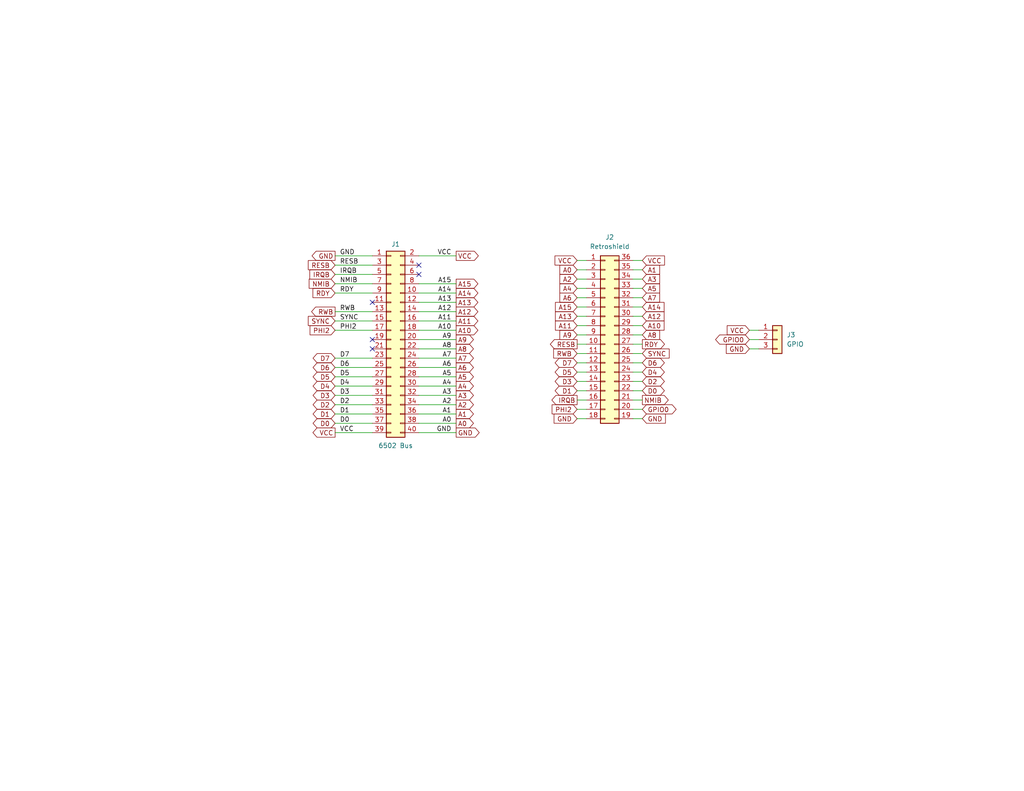
<source format=kicad_sch>
(kicad_sch (version 20231120) (generator "eeschema") (generator_version "8.0")
  (paper "USLetter")
  (title_block (title "6502 Retroshield Adapter") (date "2024-06-12") (rev "1.0") (company "A.C. Wright Design"))
  (lib_symbols
    (symbol "Connector_Generic:Conn_01x03" (pin_names (offset 1.016) hide)
      (property "Reference" "J" (at 0 5.08 0))
      (property "Value" "Conn_01x03" (at 0 -5.08 0))
      (symbol "Conn_01x03_1_1"
        (rectangle (start -1.27 -2.413) (end 0 -2.667) (stroke (width 0.1524)))
        (rectangle (start -1.27 0.127) (end 0 -0.127) (stroke (width 0.1524)))
        (rectangle (start -1.27 2.667) (end 0 2.413) (stroke (width 0.1524)))
        (rectangle (start -1.27 3.81) (end 1.27 -3.81) (stroke (width 0.254)) (fill (type background)))
        (pin passive line (at -5.08 2.54 0) (length 3.81) (name "Pin_1") (number "1"))
        (pin passive line (at -5.08 0 0) (length 3.81) (name "Pin_2") (number "2"))
        (pin passive line (at -5.08 -2.54 0) (length 3.81) (name "Pin_3") (number "3"))
      )
    )
    (symbol "Connector_Generic:Conn_02x18_Counter_Clockwise" (pin_names (offset 1.016) hide)
      (property "Reference" "J" (at 1.27 22.86 0))
      (property "Value" "Conn_02x18_Counter_Clockwise" (at 1.27 -25.4 0))
      (symbol "Conn_02x18_Counter_Clockwise_1_1"
        (rectangle (start -1.27 -22.733) (end 0 -22.987) (stroke (width 0.1524)))
        (rectangle (start -1.27 -20.193) (end 0 -20.447) (stroke (width 0.1524)))
        (rectangle (start -1.27 -17.653) (end 0 -17.907) (stroke (width 0.1524)))
        (rectangle (start -1.27 -15.113) (end 0 -15.367) (stroke (width 0.1524)))
        (rectangle (start -1.27 -12.573) (end 0 -12.827) (stroke (width 0.1524)))
        (rectangle (start -1.27 -10.033) (end 0 -10.287) (stroke (width 0.1524)))
        (rectangle (start -1.27 -7.493) (end 0 -7.747) (stroke (width 0.1524)))
        (rectangle (start -1.27 -4.953) (end 0 -5.207) (stroke (width 0.1524)))
        (rectangle (start -1.27 -2.413) (end 0 -2.667) (stroke (width 0.1524)))
        (rectangle (start -1.27 0.127) (end 0 -0.127) (stroke (width 0.1524)))
        (rectangle (start -1.27 2.667) (end 0 2.413) (stroke (width 0.1524)))
        (rectangle (start -1.27 5.207) (end 0 4.953) (stroke (width 0.1524)))
        (rectangle (start -1.27 7.747) (end 0 7.493) (stroke (width 0.1524)))
        (rectangle (start -1.27 10.287) (end 0 10.033) (stroke (width 0.1524)))
        (rectangle (start -1.27 12.827) (end 0 12.573) (stroke (width 0.1524)))
        (rectangle (start -1.27 15.367) (end 0 15.113) (stroke (width 0.1524)))
        (rectangle (start -1.27 17.907) (end 0 17.653) (stroke (width 0.1524)))
        (rectangle (start -1.27 20.447) (end 0 20.193) (stroke (width 0.1524)))
        (rectangle (start -1.27 21.59) (end 3.81 -24.13) (stroke (width 0.254)) (fill (type background)))
        (rectangle (start 3.81 -22.733) (end 2.54 -22.987) (stroke (width 0.1524)))
        (rectangle (start 3.81 -20.193) (end 2.54 -20.447) (stroke (width 0.1524)))
        (rectangle (start 3.81 -17.653) (end 2.54 -17.907) (stroke (width 0.1524)))
        (rectangle (start 3.81 -15.113) (end 2.54 -15.367) (stroke (width 0.1524)))
        (rectangle (start 3.81 -12.573) (end 2.54 -12.827) (stroke (width 0.1524)))
        (rectangle (start 3.81 -10.033) (end 2.54 -10.287) (stroke (width 0.1524)))
        (rectangle (start 3.81 -7.493) (end 2.54 -7.747) (stroke (width 0.1524)))
        (rectangle (start 3.81 -4.953) (end 2.54 -5.207) (stroke (width 0.1524)))
        (rectangle (start 3.81 -2.413) (end 2.54 -2.667) (stroke (width 0.1524)))
        (rectangle (start 3.81 0.127) (end 2.54 -0.127) (stroke (width 0.1524)))
        (rectangle (start 3.81 2.667) (end 2.54 2.413) (stroke (width 0.1524)))
        (rectangle (start 3.81 5.207) (end 2.54 4.953) (stroke (width 0.1524)))
        (rectangle (start 3.81 7.747) (end 2.54 7.493) (stroke (width 0.1524)))
        (rectangle (start 3.81 10.287) (end 2.54 10.033) (stroke (width 0.1524)))
        (rectangle (start 3.81 12.827) (end 2.54 12.573) (stroke (width 0.1524)))
        (rectangle (start 3.81 15.367) (end 2.54 15.113) (stroke (width 0.1524)))
        (rectangle (start 3.81 17.907) (end 2.54 17.653) (stroke (width 0.1524)))
        (rectangle (start 3.81 20.447) (end 2.54 20.193) (stroke (width 0.1524)))
        (pin passive line (at -5.08 20.32 0) (length 3.81) (name "Pin_1") (number "1"))
        (pin passive line (at -5.08 -2.54 0) (length 3.81) (name "Pin_10") (number "10"))
        (pin passive line (at -5.08 -5.08 0) (length 3.81) (name "Pin_11") (number "11"))
        (pin passive line (at -5.08 -7.62 0) (length 3.81) (name "Pin_12") (number "12"))
        (pin passive line (at -5.08 -10.16 0) (length 3.81) (name "Pin_13") (number "13"))
        (pin passive line (at -5.08 -12.7 0) (length 3.81) (name "Pin_14") (number "14"))
        (pin passive line (at -5.08 -15.24 0) (length 3.81) (name "Pin_15") (number "15"))
        (pin passive line (at -5.08 -17.78 0) (length 3.81) (name "Pin_16") (number "16"))
        (pin passive line (at -5.08 -20.32 0) (length 3.81) (name "Pin_17") (number "17"))
        (pin passive line (at -5.08 -22.86 0) (length 3.81) (name "Pin_18") (number "18"))
        (pin passive line (at 7.62 -22.86 180) (length 3.81) (name "Pin_19") (number "19"))
        (pin passive line (at -5.08 17.78 0) (length 3.81) (name "Pin_2") (number "2"))
        (pin passive line (at 7.62 -20.32 180) (length 3.81) (name "Pin_20") (number "20"))
        (pin passive line (at 7.62 -17.78 180) (length 3.81) (name "Pin_21") (number "21"))
        (pin passive line (at 7.62 -15.24 180) (length 3.81) (name "Pin_22") (number "22"))
        (pin passive line (at 7.62 -12.7 180) (length 3.81) (name "Pin_23") (number "23"))
        (pin passive line (at 7.62 -10.16 180) (length 3.81) (name "Pin_24") (number "24"))
        (pin passive line (at 7.62 -7.62 180) (length 3.81) (name "Pin_25") (number "25"))
        (pin passive line (at 7.62 -5.08 180) (length 3.81) (name "Pin_26") (number "26"))
        (pin passive line (at 7.62 -2.54 180) (length 3.81) (name "Pin_27") (number "27"))
        (pin passive line (at 7.62 0 180) (length 3.81) (name "Pin_28") (number "28"))
        (pin passive line (at 7.62 2.54 180) (length 3.81) (name "Pin_29") (number "29"))
        (pin passive line (at -5.08 15.24 0) (length 3.81) (name "Pin_3") (number "3"))
        (pin passive line (at 7.62 5.08 180) (length 3.81) (name "Pin_30") (number "30"))
        (pin passive line (at 7.62 7.62 180) (length 3.81) (name "Pin_31") (number "31"))
        (pin passive line (at 7.62 10.16 180) (length 3.81) (name "Pin_32") (number "32"))
        (pin passive line (at 7.62 12.7 180) (length 3.81) (name "Pin_33") (number "33"))
        (pin passive line (at 7.62 15.24 180) (length 3.81) (name "Pin_34") (number "34"))
        (pin passive line (at 7.62 17.78 180) (length 3.81) (name "Pin_35") (number "35"))
        (pin passive line (at 7.62 20.32 180) (length 3.81) (name "Pin_36") (number "36"))
        (pin passive line (at -5.08 12.7 0) (length 3.81) (name "Pin_4") (number "4"))
        (pin passive line (at -5.08 10.16 0) (length 3.81) (name "Pin_5") (number "5"))
        (pin passive line (at -5.08 7.62 0) (length 3.81) (name "Pin_6") (number "6"))
        (pin passive line (at -5.08 5.08 0) (length 3.81) (name "Pin_7") (number "7"))
        (pin passive line (at -5.08 2.54 0) (length 3.81) (name "Pin_8") (number "8"))
        (pin passive line (at -5.08 0 0) (length 3.81) (name "Pin_9") (number "9"))
      )
    )
    (symbol "Connector_Generic:Conn_02x20_Odd_Even" (pin_names (offset 1.016) hide)
      (property "Reference" "J" (at 1.27 25.4 0))
      (property "Value" "Conn_02x20_Odd_Even" (at 1.27 -27.94 0))
      (symbol "Conn_02x20_Odd_Even_1_1"
        (rectangle (start -1.27 -25.273) (end 0 -25.527) (stroke (width 0.1524)))
        (rectangle (start -1.27 -22.733) (end 0 -22.987) (stroke (width 0.1524)))
        (rectangle (start -1.27 -20.193) (end 0 -20.447) (stroke (width 0.1524)))
        (rectangle (start -1.27 -17.653) (end 0 -17.907) (stroke (width 0.1524)))
        (rectangle (start -1.27 -15.113) (end 0 -15.367) (stroke (width 0.1524)))
        (rectangle (start -1.27 -12.573) (end 0 -12.827) (stroke (width 0.1524)))
        (rectangle (start -1.27 -10.033) (end 0 -10.287) (stroke (width 0.1524)))
        (rectangle (start -1.27 -7.493) (end 0 -7.747) (stroke (width 0.1524)))
        (rectangle (start -1.27 -4.953) (end 0 -5.207) (stroke (width 0.1524)))
        (rectangle (start -1.27 -2.413) (end 0 -2.667) (stroke (width 0.1524)))
        (rectangle (start -1.27 0.127) (end 0 -0.127) (stroke (width 0.1524)))
        (rectangle (start -1.27 2.667) (end 0 2.413) (stroke (width 0.1524)))
        (rectangle (start -1.27 5.207) (end 0 4.953) (stroke (width 0.1524)))
        (rectangle (start -1.27 7.747) (end 0 7.493) (stroke (width 0.1524)))
        (rectangle (start -1.27 10.287) (end 0 10.033) (stroke (width 0.1524)))
        (rectangle (start -1.27 12.827) (end 0 12.573) (stroke (width 0.1524)))
        (rectangle (start -1.27 15.367) (end 0 15.113) (stroke (width 0.1524)))
        (rectangle (start -1.27 17.907) (end 0 17.653) (stroke (width 0.1524)))
        (rectangle (start -1.27 20.447) (end 0 20.193) (stroke (width 0.1524)))
        (rectangle (start -1.27 22.987) (end 0 22.733) (stroke (width 0.1524)))
        (rectangle (start -1.27 24.13) (end 3.81 -26.67) (stroke (width 0.254)) (fill (type background)))
        (rectangle (start 3.81 -25.273) (end 2.54 -25.527) (stroke (width 0.1524)))
        (rectangle (start 3.81 -22.733) (end 2.54 -22.987) (stroke (width 0.1524)))
        (rectangle (start 3.81 -20.193) (end 2.54 -20.447) (stroke (width 0.1524)))
        (rectangle (start 3.81 -17.653) (end 2.54 -17.907) (stroke (width 0.1524)))
        (rectangle (start 3.81 -15.113) (end 2.54 -15.367) (stroke (width 0.1524)))
        (rectangle (start 3.81 -12.573) (end 2.54 -12.827) (stroke (width 0.1524)))
        (rectangle (start 3.81 -10.033) (end 2.54 -10.287) (stroke (width 0.1524)))
        (rectangle (start 3.81 -7.493) (end 2.54 -7.747) (stroke (width 0.1524)))
        (rectangle (start 3.81 -4.953) (end 2.54 -5.207) (stroke (width 0.1524)))
        (rectangle (start 3.81 -2.413) (end 2.54 -2.667) (stroke (width 0.1524)))
        (rectangle (start 3.81 0.127) (end 2.54 -0.127) (stroke (width 0.1524)))
        (rectangle (start 3.81 2.667) (end 2.54 2.413) (stroke (width 0.1524)))
        (rectangle (start 3.81 5.207) (end 2.54 4.953) (stroke (width 0.1524)))
        (rectangle (start 3.81 7.747) (end 2.54 7.493) (stroke (width 0.1524)))
        (rectangle (start 3.81 10.287) (end 2.54 10.033) (stroke (width 0.1524)))
        (rectangle (start 3.81 12.827) (end 2.54 12.573) (stroke (width 0.1524)))
        (rectangle (start 3.81 15.367) (end 2.54 15.113) (stroke (width 0.1524)))
        (rectangle (start 3.81 17.907) (end 2.54 17.653) (stroke (width 0.1524)))
        (rectangle (start 3.81 20.447) (end 2.54 20.193) (stroke (width 0.1524)))
        (rectangle (start 3.81 22.987) (end 2.54 22.733) (stroke (width 0.1524)))
        (pin passive line (at -5.08 22.86 0) (length 3.81) (name "Pin_1") (number "1"))
        (pin passive line (at 7.62 12.7 180) (length 3.81) (name "Pin_10") (number "10"))
        (pin passive line (at -5.08 10.16 0) (length 3.81) (name "Pin_11") (number "11"))
        (pin passive line (at 7.62 10.16 180) (length 3.81) (name "Pin_12") (number "12"))
        (pin passive line (at -5.08 7.62 0) (length 3.81) (name "Pin_13") (number "13"))
        (pin passive line (at 7.62 7.62 180) (length 3.81) (name "Pin_14") (number "14"))
        (pin passive line (at -5.08 5.08 0) (length 3.81) (name "Pin_15") (number "15"))
        (pin passive line (at 7.62 5.08 180) (length 3.81) (name "Pin_16") (number "16"))
        (pin passive line (at -5.08 2.54 0) (length 3.81) (name "Pin_17") (number "17"))
        (pin passive line (at 7.62 2.54 180) (length 3.81) (name "Pin_18") (number "18"))
        (pin passive line (at -5.08 0 0) (length 3.81) (name "Pin_19") (number "19"))
        (pin passive line (at 7.62 22.86 180) (length 3.81) (name "Pin_2") (number "2"))
        (pin passive line (at 7.62 0 180) (length 3.81) (name "Pin_20") (number "20"))
        (pin passive line (at -5.08 -2.54 0) (length 3.81) (name "Pin_21") (number "21"))
        (pin passive line (at 7.62 -2.54 180) (length 3.81) (name "Pin_22") (number "22"))
        (pin passive line (at -5.08 -5.08 0) (length 3.81) (name "Pin_23") (number "23"))
        (pin passive line (at 7.62 -5.08 180) (length 3.81) (name "Pin_24") (number "24"))
        (pin passive line (at -5.08 -7.62 0) (length 3.81) (name "Pin_25") (number "25"))
        (pin passive line (at 7.62 -7.62 180) (length 3.81) (name "Pin_26") (number "26"))
        (pin passive line (at -5.08 -10.16 0) (length 3.81) (name "Pin_27") (number "27"))
        (pin passive line (at 7.62 -10.16 180) (length 3.81) (name "Pin_28") (number "28"))
        (pin passive line (at -5.08 -12.7 0) (length 3.81) (name "Pin_29") (number "29"))
        (pin passive line (at -5.08 20.32 0) (length 3.81) (name "Pin_3") (number "3"))
        (pin passive line (at 7.62 -12.7 180) (length 3.81) (name "Pin_30") (number "30"))
        (pin passive line (at -5.08 -15.24 0) (length 3.81) (name "Pin_31") (number "31"))
        (pin passive line (at 7.62 -15.24 180) (length 3.81) (name "Pin_32") (number "32"))
        (pin passive line (at -5.08 -17.78 0) (length 3.81) (name "Pin_33") (number "33"))
        (pin passive line (at 7.62 -17.78 180) (length 3.81) (name "Pin_34") (number "34"))
        (pin passive line (at -5.08 -20.32 0) (length 3.81) (name "Pin_35") (number "35"))
        (pin passive line (at 7.62 -20.32 180) (length 3.81) (name "Pin_36") (number "36"))
        (pin passive line (at -5.08 -22.86 0) (length 3.81) (name "Pin_37") (number "37"))
        (pin passive line (at 7.62 -22.86 180) (length 3.81) (name "Pin_38") (number "38"))
        (pin passive line (at -5.08 -25.4 0) (length 3.81) (name "Pin_39") (number "39"))
        (pin passive line (at 7.62 20.32 180) (length 3.81) (name "Pin_4") (number "4"))
        (pin passive line (at 7.62 -25.4 180) (length 3.81) (name "Pin_40") (number "40"))
        (pin passive line (at -5.08 17.78 0) (length 3.81) (name "Pin_5") (number "5"))
        (pin passive line (at 7.62 17.78 180) (length 3.81) (name "Pin_6") (number "6"))
        (pin passive line (at -5.08 15.24 0) (length 3.81) (name "Pin_7") (number "7"))
        (pin passive line (at 7.62 15.24 180) (length 3.81) (name "Pin_8") (number "8"))
        (pin passive line (at -5.08 12.7 0) (length 3.81) (name "Pin_9") (number "9"))
      )
    )
  )
  (no_connect (at 101.6 95.25))
  (no_connect (at 101.6 92.71))
  (no_connect (at 114.3 74.93))
  (no_connect (at 114.3 72.39))
  (no_connect (at 101.6 82.55))
  (wire (pts (xy 157.48 114.3) (xy 160.02 114.3)))
  (wire (pts (xy 124.46 85.09) (xy 114.3 85.09)))
  (wire (pts (xy 204.47 95.25) (xy 207.01 95.25)))
  (wire (pts (xy 124.46 95.25) (xy 114.3 95.25)))
  (wire (pts (xy 101.6 102.87) (xy 91.44 102.87)))
  (wire (pts (xy 157.48 71.12) (xy 160.02 71.12)))
  (wire (pts (xy 172.72 99.06) (xy 175.26 99.06)))
  (wire (pts (xy 114.3 97.79) (xy 124.46 97.79)))
  (wire (pts (xy 172.72 86.36) (xy 175.26 86.36)))
  (wire (pts (xy 91.44 118.11) (xy 101.6 118.11)))
  (wire (pts (xy 91.44 74.93) (xy 101.6 74.93)))
  (wire (pts (xy 124.46 90.17) (xy 114.3 90.17)))
  (wire (pts (xy 114.3 92.71) (xy 124.46 92.71)))
  (wire (pts (xy 172.72 83.82) (xy 175.26 83.82)))
  (wire (pts (xy 172.72 91.44) (xy 175.26 91.44)))
  (wire (pts (xy 114.3 87.63) (xy 124.46 87.63)))
  (wire (pts (xy 91.44 100.33) (xy 101.6 100.33)))
  (wire (pts (xy 91.44 105.41) (xy 101.6 105.41)))
  (wire (pts (xy 172.72 88.9) (xy 175.26 88.9)))
  (wire (pts (xy 172.72 104.14) (xy 175.26 104.14)))
  (wire (pts (xy 172.72 81.28) (xy 175.26 81.28)))
  (wire (pts (xy 157.48 99.06) (xy 160.02 99.06)))
  (wire (pts (xy 124.46 100.33) (xy 114.3 100.33)))
  (wire (pts (xy 91.44 77.47) (xy 101.6 77.47)))
  (wire (pts (xy 157.48 73.66) (xy 160.02 73.66)))
  (wire (pts (xy 172.72 93.98) (xy 175.26 93.98)))
  (wire (pts (xy 157.48 88.9) (xy 160.02 88.9)))
  (wire (pts (xy 91.44 115.57) (xy 101.6 115.57)))
  (wire (pts (xy 157.48 106.68) (xy 160.02 106.68)))
  (wire (pts (xy 172.72 71.12) (xy 175.26 71.12)))
  (wire (pts (xy 114.3 102.87) (xy 124.46 102.87)))
  (wire (pts (xy 157.48 101.6) (xy 160.02 101.6)))
  (wire (pts (xy 157.48 109.22) (xy 160.02 109.22)))
  (wire (pts (xy 172.72 111.76) (xy 175.26 111.76)))
  (wire (pts (xy 157.48 86.36) (xy 160.02 86.36)))
  (wire (pts (xy 157.48 93.98) (xy 160.02 93.98)))
  (wire (pts (xy 101.6 97.79) (xy 91.44 97.79)))
  (wire (pts (xy 114.3 118.11) (xy 124.46 118.11)))
  (wire (pts (xy 114.3 82.55) (xy 124.46 82.55)))
  (wire (pts (xy 157.48 96.52) (xy 160.02 96.52)))
  (wire (pts (xy 91.44 72.39) (xy 101.6 72.39)))
  (wire (pts (xy 114.3 77.47) (xy 124.46 77.47)))
  (wire (pts (xy 124.46 80.01) (xy 114.3 80.01)))
  (wire (pts (xy 157.48 111.76) (xy 160.02 111.76)))
  (wire (pts (xy 101.6 87.63) (xy 91.44 87.63)))
  (wire (pts (xy 91.44 90.17) (xy 101.6 90.17)))
  (wire (pts (xy 172.72 109.22) (xy 175.26 109.22)))
  (wire (pts (xy 101.6 107.95) (xy 91.44 107.95)))
  (wire (pts (xy 172.72 114.3) (xy 175.26 114.3)))
  (wire (pts (xy 157.48 81.28) (xy 160.02 81.28)))
  (wire (pts (xy 114.3 69.85) (xy 124.46 69.85)))
  (wire (pts (xy 91.44 69.85) (xy 101.6 69.85)))
  (wire (pts (xy 172.72 78.74) (xy 175.26 78.74)))
  (wire (pts (xy 172.72 96.52) (xy 175.26 96.52)))
  (wire (pts (xy 91.44 80.01) (xy 101.6 80.01)))
  (wire (pts (xy 124.46 105.41) (xy 114.3 105.41)))
  (wire (pts (xy 124.46 110.49) (xy 114.3 110.49)))
  (wire (pts (xy 204.47 92.71) (xy 207.01 92.71)))
  (wire (pts (xy 172.72 106.68) (xy 175.26 106.68)))
  (wire (pts (xy 157.48 91.44) (xy 160.02 91.44)))
  (wire (pts (xy 157.48 83.82) (xy 160.02 83.82)))
  (wire (pts (xy 114.3 107.95) (xy 124.46 107.95)))
  (wire (pts (xy 114.3 113.03) (xy 124.46 113.03)))
  (wire (pts (xy 172.72 76.2) (xy 175.26 76.2)))
  (wire (pts (xy 124.46 115.57) (xy 114.3 115.57)))
  (wire (pts (xy 172.72 101.6) (xy 175.26 101.6)))
  (wire (pts (xy 157.48 104.14) (xy 160.02 104.14)))
  (wire (pts (xy 157.48 78.74) (xy 160.02 78.74)))
  (wire (pts (xy 101.6 113.03) (xy 91.44 113.03)))
  (wire (pts (xy 157.48 76.2) (xy 160.02 76.2)))
  (wire (pts (xy 172.72 73.66) (xy 175.26 73.66)))
  (wire (pts (xy 204.47 90.17) (xy 207.01 90.17)))
  (wire (pts (xy 91.44 85.09) (xy 101.6 85.09)))
  (wire (pts (xy 91.44 110.49) (xy 101.6 110.49)))
  (label "VCC" (at 92.71 118.11 0))
  (label "RDY" (at 92.71 80.01 0))
  (label "A3" (at 123.19 107.95 180))
  (label "A9" (at 123.19 92.71 180))
  (label "IRQB" (at 92.71 74.93 0))
  (label "A10" (at 123.19 90.17 180))
  (label "VCC" (at 123.19 69.85 180))
  (label "D4" (at 92.71 105.41 0))
  (label "D1" (at 92.71 113.03 0))
  (label "A8" (at 123.19 95.25 180))
  (label "PHI2" (at 92.71 90.17 0))
  (label "A4" (at 123.19 105.41 180))
  (label "A7" (at 123.19 97.79 180))
  (label "D7" (at 92.71 97.79 0))
  (label "NMIB" (at 92.71 77.47 0))
  (label "SYNC" (at 92.71 87.63 0))
  (label "A12" (at 123.19 85.09 180))
  (label "A2" (at 123.19 110.49 180))
  (label "A6" (at 123.19 100.33 180))
  (label "D5" (at 92.71 102.87 0))
  (label "D2" (at 92.71 110.49 0))
  (label "A13" (at 123.19 82.55 180))
  (label "A0" (at 123.19 115.57 180))
  (label "A1" (at 123.19 113.03 180))
  (label "A14" (at 123.19 80.01 180))
  (label "RESB" (at 92.71 72.39 0))
  (label "A5" (at 123.19 102.87 180))
  (label "GND" (at 92.71 69.85 0))
  (label "GND" (at 123.19 118.11 180))
  (label "A11" (at 123.19 87.63 180))
  (label "D0" (at 92.71 115.57 0))
  (label "D6" (at 92.71 100.33 0))
  (label "RWB" (at 92.71 85.09 0))
  (label "D3" (at 92.71 107.95 0))
  (label "A15" (at 123.19 77.47 180))
  (global_label "RESB" (shape output) (at 157.48 93.98 180) (property "Intersheetrefs" "${INTERSHEET_REFS}" (effects (hide yes))))
  (global_label "A5" (shape input) (at 175.26 78.74 0) (property "Intersheetrefs" "${INTERSHEET_REFS}" (effects (hide yes))))
  (global_label "A6" (shape output) (at 124.46 100.33 0) (property "Intersheetrefs" "${INTERSHEET_REFS}" (effects (hide yes))))
  (global_label "A10" (shape output) (at 124.46 90.17 0) (property "Intersheetrefs" "${INTERSHEET_REFS}" (effects (hide yes))))
  (global_label "VCC" (shape input) (at 157.48 71.12 180) (property "Intersheetrefs" "${INTERSHEET_REFS}" (effects (hide yes))))
  (global_label "PHI2" (shape input) (at 157.48 111.76 180) (property "Intersheetrefs" "${INTERSHEET_REFS}" (effects (hide yes))))
  (global_label "D1" (shape bidirectional) (at 91.44 113.03 180) (property "Intersheetrefs" "${INTERSHEET_REFS}" (effects (hide yes))))
  (global_label "A3" (shape output) (at 124.46 107.95 0) (property "Intersheetrefs" "${INTERSHEET_REFS}" (effects (hide yes))))
  (global_label "D4" (shape bidirectional) (at 91.44 105.41 180) (property "Intersheetrefs" "${INTERSHEET_REFS}" (effects (hide yes))))
  (global_label "D0" (shape bidirectional) (at 175.26 106.68 0) (property "Intersheetrefs" "${INTERSHEET_REFS}" (effects (hide yes))))
  (global_label "A1" (shape output) (at 124.46 113.03 0) (property "Intersheetrefs" "${INTERSHEET_REFS}" (effects (hide yes))))
  (global_label "A9" (shape input) (at 157.48 91.44 180) (property "Intersheetrefs" "${INTERSHEET_REFS}" (effects (hide yes))))
  (global_label "GND" (shape input) (at 175.26 114.3 0) (property "Intersheetrefs" "${INTERSHEET_REFS}" (effects (hide yes))))
  (global_label "NMIB" (shape output) (at 175.26 109.22 0) (property "Intersheetrefs" "${INTERSHEET_REFS}" (effects (hide yes))))
  (global_label "GND" (shape input) (at 157.48 114.3 180) (property "Intersheetrefs" "${INTERSHEET_REFS}" (effects (hide yes))))
  (global_label "A11" (shape input) (at 157.48 88.9 180) (property "Intersheetrefs" "${INTERSHEET_REFS}" (effects (hide yes))))
  (global_label "A1" (shape input) (at 175.26 73.66 0) (property "Intersheetrefs" "${INTERSHEET_REFS}" (effects (hide yes))))
  (global_label "A12" (shape output) (at 124.46 85.09 0) (property "Intersheetrefs" "${INTERSHEET_REFS}" (effects (hide yes))))
  (global_label "A14" (shape input) (at 175.26 83.82 0) (property "Intersheetrefs" "${INTERSHEET_REFS}" (effects (hide yes))))
  (global_label "GPIO0" (shape bidirectional) (at 175.26 111.76 0) (property "Intersheetrefs" "${INTERSHEET_REFS}" (effects (hide yes))))
  (global_label "A5" (shape output) (at 124.46 102.87 0) (property "Intersheetrefs" "${INTERSHEET_REFS}" (effects (hide yes))))
  (global_label "RWB" (shape input) (at 157.48 96.52 180) (property "Intersheetrefs" "${INTERSHEET_REFS}" (effects (hide yes))))
  (global_label "A15" (shape output) (at 124.46 77.47 0) (property "Intersheetrefs" "${INTERSHEET_REFS}" (effects (hide yes))))
  (global_label "NMIB" (shape input) (at 91.44 77.47 180) (property "Intersheetrefs" "${INTERSHEET_REFS}" (effects (hide yes))))
  (global_label "PHI2" (shape input) (at 91.44 90.17 180) (property "Intersheetrefs" "${INTERSHEET_REFS}" (effects (hide yes))))
  (global_label "D0" (shape bidirectional) (at 91.44 115.57 180) (property "Intersheetrefs" "${INTERSHEET_REFS}" (effects (hide yes))))
  (global_label "IRQB" (shape output) (at 157.48 109.22 180) (property "Intersheetrefs" "${INTERSHEET_REFS}" (effects (hide yes))))
  (global_label "D2" (shape bidirectional) (at 175.26 104.14 0) (property "Intersheetrefs" "${INTERSHEET_REFS}" (effects (hide yes))))
  (global_label "SYNC" (shape input) (at 91.44 87.63 180) (property "Intersheetrefs" "${INTERSHEET_REFS}" (effects (hide yes))))
  (global_label "D3" (shape bidirectional) (at 157.48 104.14 180) (property "Intersheetrefs" "${INTERSHEET_REFS}" (effects (hide yes))))
  (global_label "D6" (shape bidirectional) (at 175.26 99.06 0) (property "Intersheetrefs" "${INTERSHEET_REFS}" (effects (hide yes))))
  (global_label "D5" (shape bidirectional) (at 91.44 102.87 180) (property "Intersheetrefs" "${INTERSHEET_REFS}" (effects (hide yes))))
  (global_label "GND" (shape output) (at 124.46 118.11 0) (property "Intersheetrefs" "${INTERSHEET_REFS}" (effects (hide yes))))
  (global_label "A15" (shape input) (at 157.48 83.82 180) (property "Intersheetrefs" "${INTERSHEET_REFS}" (effects (hide yes))))
  (global_label "A13" (shape output) (at 124.46 82.55 0) (property "Intersheetrefs" "${INTERSHEET_REFS}" (effects (hide yes))))
  (global_label "RDY" (shape input) (at 91.44 80.01 180) (property "Intersheetrefs" "${INTERSHEET_REFS}" (effects (hide yes))))
  (global_label "D2" (shape bidirectional) (at 91.44 110.49 180) (property "Intersheetrefs" "${INTERSHEET_REFS}" (effects (hide yes))))
  (global_label "A12" (shape input) (at 175.26 86.36 0) (property "Intersheetrefs" "${INTERSHEET_REFS}" (effects (hide yes))))
  (global_label "A4" (shape output) (at 124.46 105.41 0) (property "Intersheetrefs" "${INTERSHEET_REFS}" (effects (hide yes))))
  (global_label "A6" (shape input) (at 157.48 81.28 180) (property "Intersheetrefs" "${INTERSHEET_REFS}" (effects (hide yes))))
  (global_label "A3" (shape input) (at 175.26 76.2 0) (property "Intersheetrefs" "${INTERSHEET_REFS}" (effects (hide yes))))
  (global_label "RDY" (shape output) (at 175.26 93.98 0) (property "Intersheetrefs" "${INTERSHEET_REFS}" (effects (hide yes))))
  (global_label "VCC" (shape output) (at 91.44 118.11 180) (property "Intersheetrefs" "${INTERSHEET_REFS}" (effects (hide yes))))
  (global_label "RESB" (shape input) (at 91.44 72.39 180) (property "Intersheetrefs" "${INTERSHEET_REFS}" (effects (hide yes))))
  (global_label "A14" (shape output) (at 124.46 80.01 0) (property "Intersheetrefs" "${INTERSHEET_REFS}" (effects (hide yes))))
  (global_label "A7" (shape input) (at 175.26 81.28 0) (property "Intersheetrefs" "${INTERSHEET_REFS}" (effects (hide yes))))
  (global_label "A10" (shape input) (at 175.26 88.9 0) (property "Intersheetrefs" "${INTERSHEET_REFS}" (effects (hide yes))))
  (global_label "A11" (shape output) (at 124.46 87.63 0) (property "Intersheetrefs" "${INTERSHEET_REFS}" (effects (hide yes))))
  (global_label "A2" (shape output) (at 124.46 110.49 0) (property "Intersheetrefs" "${INTERSHEET_REFS}" (effects (hide yes))))
  (global_label "A8" (shape output) (at 124.46 95.25 0) (property "Intersheetrefs" "${INTERSHEET_REFS}" (effects (hide yes))))
  (global_label "IRQB" (shape input) (at 91.44 74.93 180) (property "Intersheetrefs" "${INTERSHEET_REFS}" (effects (hide yes))))
  (global_label "VCC" (shape output) (at 124.46 69.85 0) (property "Intersheetrefs" "${INTERSHEET_REFS}" (effects (hide yes))))
  (global_label "SYNC" (shape input) (at 175.26 96.52 0) (property "Intersheetrefs" "${INTERSHEET_REFS}" (effects (hide yes))))
  (global_label "GND" (shape output) (at 91.44 69.85 180) (property "Intersheetrefs" "${INTERSHEET_REFS}" (effects (hide yes))))
  (global_label "GPIO0" (shape bidirectional) (at 204.47 92.71 180) (property "Intersheetrefs" "${INTERSHEET_REFS}" (effects (hide yes))))
  (global_label "D3" (shape bidirectional) (at 91.44 107.95 180) (property "Intersheetrefs" "${INTERSHEET_REFS}" (effects (hide yes))))
  (global_label "A9" (shape output) (at 124.46 92.71 0) (property "Intersheetrefs" "${INTERSHEET_REFS}" (effects (hide yes))))
  (global_label "A7" (shape output) (at 124.46 97.79 0) (property "Intersheetrefs" "${INTERSHEET_REFS}" (effects (hide yes))))
  (global_label "A4" (shape input) (at 157.48 78.74 180) (property "Intersheetrefs" "${INTERSHEET_REFS}" (effects (hide yes))))
  (global_label "VCC" (shape input) (at 204.47 90.17 180) (property "Intersheetrefs" "${INTERSHEET_REFS}" (effects (hide yes))))
  (global_label "A8" (shape input) (at 175.26 91.44 0) (property "Intersheetrefs" "${INTERSHEET_REFS}" (effects (hide yes))))
  (global_label "D7" (shape bidirectional) (at 157.48 99.06 180) (property "Intersheetrefs" "${INTERSHEET_REFS}" (effects (hide yes))))
  (global_label "A13" (shape input) (at 157.48 86.36 180) (property "Intersheetrefs" "${INTERSHEET_REFS}" (effects (hide yes))))
  (global_label "A0" (shape output) (at 124.46 115.57 0) (property "Intersheetrefs" "${INTERSHEET_REFS}" (effects (hide yes))))
  (global_label "RWB" (shape output) (at 91.44 85.09 180) (property "Intersheetrefs" "${INTERSHEET_REFS}" (effects (hide yes))))
  (global_label "D7" (shape bidirectional) (at 91.44 97.79 180) (property "Intersheetrefs" "${INTERSHEET_REFS}" (effects (hide yes))))
  (global_label "A0" (shape input) (at 157.48 73.66 180) (property "Intersheetrefs" "${INTERSHEET_REFS}" (effects (hide yes))))
  (global_label "VCC" (shape input) (at 175.26 71.12 0) (property "Intersheetrefs" "${INTERSHEET_REFS}" (effects (hide yes))))
  (global_label "D6" (shape bidirectional) (at 91.44 100.33 180) (property "Intersheetrefs" "${INTERSHEET_REFS}" (effects (hide yes))))
  (global_label "A2" (shape input) (at 157.48 76.2 180) (property "Intersheetrefs" "${INTERSHEET_REFS}" (effects (hide yes))))
  (global_label "D4" (shape bidirectional) (at 175.26 101.6 0) (property "Intersheetrefs" "${INTERSHEET_REFS}" (effects (hide yes))))
  (global_label "D5" (shape bidirectional) (at 157.48 101.6 180) (property "Intersheetrefs" "${INTERSHEET_REFS}" (effects (hide yes))))
  (global_label "D1" (shape bidirectional) (at 157.48 106.68 180) (property "Intersheetrefs" "${INTERSHEET_REFS}" (effects (hide yes))))
  (global_label "GND" (shape input) (at 204.47 95.25 180) (property "Intersheetrefs" "${INTERSHEET_REFS}" (effects (hide yes))))
  (symbol (lib_id "Connector_Generic:Conn_01x03") (at 212.09 92.71 0) (unit 1) (in_bom no)
    (property "Reference" "J3" (at 214.63 91.4399 0) (effects (justify left)))
    (property "Value" "GPIO" (at 214.63 93.9799 0) (effects (justify left)))
    (property "Footprint" "Connector_PinHeader_2.54mm:PinHeader_1x03_P2.54mm_Vertical" (effects (hide yes)))
    (property "Description" "Generic connector, single row, 01x03, script generated (kicad-library-utils/schlib/autogen/connector/)" (effects (hide yes)))
  )
  (symbol (lib_id "Connector_Generic:Conn_02x18_Counter_Clockwise") (at 165.1 91.44 0) (unit 1) (in_bom no)
    (property "Reference" "J2" (at 166.37 64.77 0))
    (property "Value" "Retroshield" (at 166.37 67.31 0))
    (property "Footprint" "6502 Parts:Retroshield Header" (effects (hide yes)))
    (property "Description" "Generic connector, double row, 02x18, counter clockwise pin numbering scheme (similar to DIP package numbering), script generated (kicad-library-utils/schlib/autogen/connector/)" (effects (hide yes)))
  )
  (symbol (lib_id "Connector_Generic:Conn_02x20_Odd_Even") (at 106.68 92.71 0) (unit 1) (in_bom no)
    (property "Reference" "J1" (at 107.95 66.675 0))
    (property "Value" "6502 Bus" (at 107.95 121.666 0))
    (property "Footprint" "Connector_PinHeader_2.54mm:PinHeader_2x20_P2.54mm_Vertical" (effects (hide yes)))
    (property "Description" "Generic connector, double row, 02x20, odd/even pin numbering scheme (row 1 odd numbers, row 2 even numbers), script generated (kicad-library-utils/schlib/autogen/connector/)" (effects (hide yes)))
  )
)
</source>
